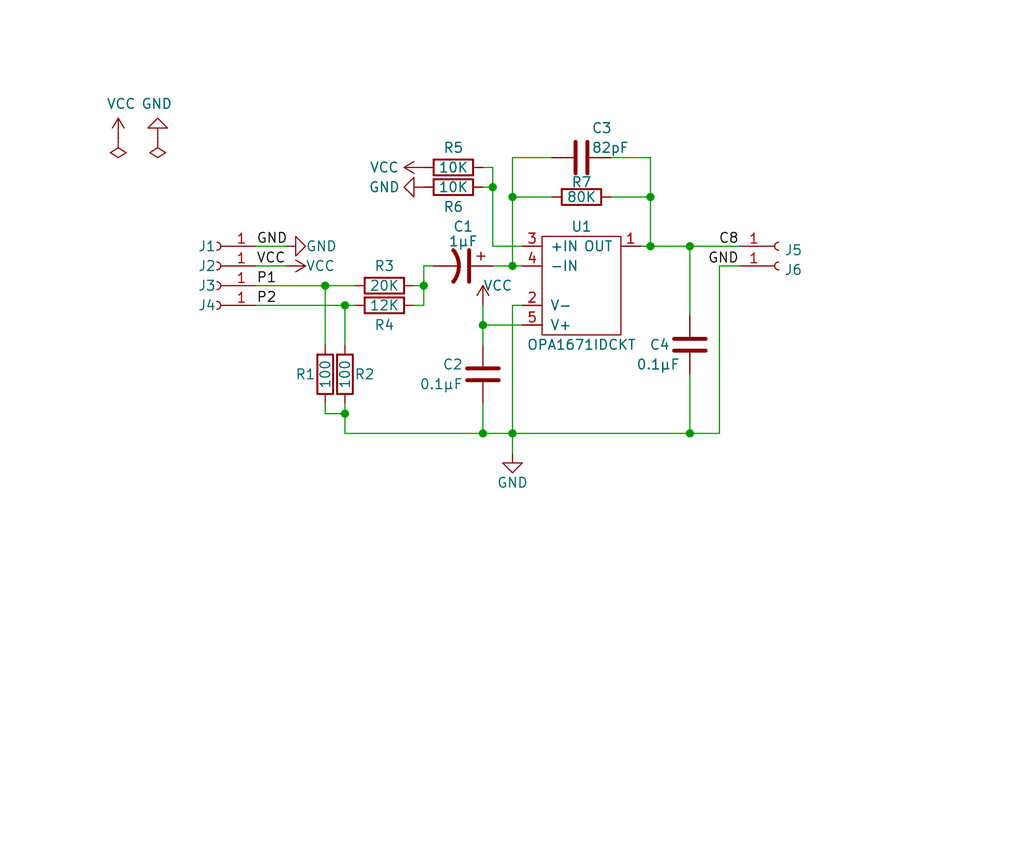
<source format=kicad_sch>
(kicad_sch (version 20211123) (generator eeschema)
  (paper "User" 131.978 110.007)
  (title_block (title "squeeki-kleen! Audio FC") (date "2022-12-13") (rev "1.3.0") (company "Persune") (comment 1 "Connection names are based on the HVC-CPU-07 revision of the FC."))
  (lib_symbols
    (symbol "Connector:Conn_01x01_Female" (pin_names (offset 1.016) hide)
      (property "Reference" "J" (at 0 2.54 0))
      (property "Value" "Conn_01x01_Female" (at 0 -2.54 0))
      (symbol "Conn_01x01_Female_1_1"
        (polyline (pts (xy -1.27 0) (xy -0.508 0)) (stroke (width 0.1524)))
        (arc (start 0 0.508) (mid -0.508 0) (end 0 -0.508) (stroke (width 0.1524)))
        (pin passive line (at -5.08 0 0) (length 3.81) (name "Pin_1") (number "1"))
      )
    )
    (symbol "Device:C" (pin_numbers hide) (pin_names (offset 0.254))
      (property "Reference" "C" (at 0.635 2.54 0))
      (property "Value" "C" (at 0.635 -2.54 0))
      (symbol "C_0_1"
        (polyline (pts (xy -2.032 -0.762) (xy 2.032 -0.762)) (stroke (width 0.508)))
        (polyline (pts (xy -2.032 0.762) (xy 2.032 0.762)) (stroke (width 0.508)))
      )
      (symbol "C_1_1"
        (pin passive line (at 0 3.81 270) (length 2.794) (name "~") (number "1"))
        (pin passive line (at 0 -3.81 90) (length 2.794) (name "~") (number "2"))
      )
    )
    (symbol "Device:CP1" (pin_numbers hide) (pin_names (offset 0.254) hide)
      (property "Reference" "C" (at 0.635 2.54 0))
      (property "Value" "Device_CP1" (at 0.635 -2.54 0))
      (symbol "CP1_0_1"
        (polyline (pts (xy -2.032 0.762) (xy 2.032 0.762)) (stroke (width 0.508)))
        (polyline (pts (xy -1.778 2.286) (xy -0.762 2.286)))
        (polyline (pts (xy -1.27 1.778) (xy -1.27 2.794)))
        (arc (start 2.032 -1.27) (mid 0 -0.5572) (end -2.032 -1.27) (stroke (width 0.508)))
      )
      (symbol "CP1_1_1"
        (pin passive line (at 0 3.81 270) (length 2.794) (name "~") (number "1"))
        (pin passive line (at 0 -3.81 90) (length 3.302) (name "~") (number "2"))
      )
    )
    (symbol "Device:R" (pin_numbers hide) (pin_names (offset 0))
      (property "Reference" "R" (at 2.032 0 90))
      (property "Value" "R" (at 0 0 90))
      (symbol "R_0_1"
        (rectangle (start -1.016 -2.54) (end 1.016 2.54) (stroke (width 0.254)))
      )
      (symbol "R_1_1"
        (pin passive line (at 0 3.81 270) (length 1.27) (name "~") (number "1"))
        (pin passive line (at 0 -3.81 90) (length 1.27) (name "~") (number "2"))
      )
    )
    (symbol "custom_symbols:OPA1671IDCKT" (pin_names (offset 1.016))
      (property "Reference" "U" (at 0 7.62 0))
      (property "Value" "OPA1671IDCKT" (at 0 -7.62 0))
      (symbol "OPA1671IDCKT_0_0"
        (pin output line (at 7.62 5.08 180) (length 2.54) (name "OUT") (number "1"))
        (pin power_in line (at -7.62 -2.54 0) (length 2.54) (name "V-") (number "2"))
        (pin input line (at -7.62 5.08 0) (length 2.54) (name "+IN") (number "3"))
        (pin input line (at -7.62 2.54 0) (length 2.54) (name "-IN") (number "4"))
        (pin power_in line (at -7.62 -5.08 0) (length 2.54) (name "V+") (number "5"))
      )
      (symbol "OPA1671IDCKT_0_1"
        (polyline (pts (xy -5.08 6.35) (xy -5.08 -6.35) (xy 5.08 -6.35) (xy 5.08 6.35) (xy -5.08 6.35)))
      )
    )
    (symbol "power:GND" (power) (pin_names (offset 0))
      (property "Value" "GND" (at 0 -3.81 0))
      (symbol "GND_0_1"
        (polyline (pts (xy 0 0) (xy 0 -1.27) (xy 1.27 -1.27) (xy 0 -2.54) (xy -1.27 -1.27) (xy 0 -1.27)))
      )
      (symbol "GND_1_1"
        (pin power_in line (at 0 0 270) (length 0) hide (name "GND") (number "1"))
      )
    )
    (symbol "power:PWR_FLAG" (power) (pin_numbers hide) (pin_names (offset 0) hide)
      (property "Value" "PWR_FLAG" (at 0 3.81 0))
      (symbol "PWR_FLAG_0_0"
        (pin power_out line (at 0 0 90) (length 0) (name "pwr") (number "1"))
      )
      (symbol "PWR_FLAG_0_1"
        (polyline (pts (xy 0 0) (xy 0 1.27) (xy -1.016 1.905) (xy 0 2.54) (xy 1.016 1.905) (xy 0 1.27)))
      )
    )
    (symbol "power:VCC" (power) (pin_names (offset 0))
      (property "Value" "VCC" (at 0 3.81 0))
      (symbol "VCC_0_1"
        (polyline (pts (xy -0.762 1.27) (xy 0 2.54)))
        (polyline (pts (xy 0 0) (xy 0 2.54)))
        (polyline (pts (xy 0 2.54) (xy 0.762 1.27)))
      )
      (symbol "VCC_1_1"
        (pin power_in line (at 0 0 90) (length 0) hide (name "VCC") (number "1"))
      )
    )
  )
  (junction (at 88.9 55.88))
  (junction (at 41.91 36.83))
  (junction (at 54.61 36.83))
  (junction (at 44.45 53.34))
  (junction (at 83.82 25.4))
  (junction (at 44.45 39.37))
  (junction (at 63.5 24.13))
  (junction (at 66.04 25.4))
  (junction (at 62.23 55.88))
  (junction (at 66.04 55.88))
  (junction (at 83.82 31.75))
  (junction (at 62.23 41.91))
  (junction (at 66.04 34.29))
  (junction (at 88.9 31.75))
  (wire (pts (xy 54.61 36.83) (xy 53.34 36.83)))
  (wire (pts (xy 92.71 34.29) (xy 92.71 55.88)))
  (wire (pts (xy 62.23 24.13) (xy 63.5 24.13)))
  (wire (pts (xy 92.71 34.29) (xy 95.25 34.29)))
  (wire (pts (xy 41.91 52.07) (xy 41.91 53.34)))
  (wire (pts (xy 88.9 31.75) (xy 95.25 31.75)))
  (wire (pts (xy 78.74 20.32) (xy 83.82 20.32)))
  (wire (pts (xy 67.31 31.75) (xy 63.5 31.75)))
  (wire (pts (xy 44.45 55.88) (xy 62.23 55.88)))
  (wire (pts (xy 41.91 53.34) (xy 44.45 53.34)))
  (wire (pts (xy 44.45 53.34) (xy 44.45 55.88)))
  (wire (pts (xy 53.34 39.37) (xy 54.61 39.37)))
  (wire (pts (xy 63.5 34.29) (xy 66.04 34.29)))
  (wire (pts (xy 88.9 31.75) (xy 88.9 40.64)))
  (wire (pts (xy 66.04 20.32) (xy 66.04 25.4)))
  (wire (pts (xy 67.31 41.91) (xy 62.23 41.91)))
  (wire (pts (xy 62.23 41.91) (xy 62.23 44.45)))
  (wire (pts (xy 62.23 55.88) (xy 66.04 55.88)))
  (wire (pts (xy 83.82 25.4) (xy 83.82 31.75)))
  (wire (pts (xy 44.45 39.37) (xy 44.45 44.45)))
  (wire (pts (xy 66.04 34.29) (xy 67.31 34.29)))
  (wire (pts (xy 83.82 31.75) (xy 88.9 31.75)))
  (wire (pts (xy 44.45 52.07) (xy 44.45 53.34)))
  (wire (pts (xy 83.82 25.4) (xy 83.82 20.32)))
  (wire (pts (xy 33.02 39.37) (xy 44.45 39.37)))
  (wire (pts (xy 67.31 39.37) (xy 66.04 39.37)))
  (wire (pts (xy 63.5 31.75) (xy 63.5 24.13)))
  (wire (pts (xy 45.72 36.83) (xy 41.91 36.83)))
  (wire (pts (xy 66.04 58.42) (xy 66.04 55.88)))
  (wire (pts (xy 54.61 34.29) (xy 55.88 34.29)))
  (wire (pts (xy 66.04 39.37) (xy 66.04 55.88)))
  (wire (pts (xy 63.5 24.13) (xy 63.5 21.59)))
  (wire (pts (xy 33.02 36.83) (xy 41.91 36.83)))
  (wire (pts (xy 45.72 39.37) (xy 44.45 39.37)))
  (wire (pts (xy 62.23 21.59) (xy 63.5 21.59)))
  (wire (pts (xy 66.04 25.4) (xy 71.12 25.4)))
  (wire (pts (xy 66.04 55.88) (xy 88.9 55.88)))
  (wire (pts (xy 62.23 52.07) (xy 62.23 55.88)))
  (wire (pts (xy 54.61 39.37) (xy 54.61 36.83)))
  (wire (pts (xy 66.04 20.32) (xy 71.12 20.32)))
  (wire (pts (xy 66.04 25.4) (xy 66.04 34.29)))
  (wire (pts (xy 54.61 34.29) (xy 54.61 36.83)))
  (wire (pts (xy 36.83 31.75) (xy 33.02 31.75)))
  (wire (pts (xy 62.23 39.37) (xy 62.23 41.91)))
  (wire (pts (xy 41.91 44.45) (xy 41.91 36.83)))
  (wire (pts (xy 88.9 48.26) (xy 88.9 55.88)))
  (wire (pts (xy 33.02 34.29) (xy 36.83 34.29)))
  (wire (pts (xy 78.74 25.4) (xy 83.82 25.4)))
  (wire (pts (xy 88.9 55.88) (xy 92.71 55.88)))
  (wire (pts (xy 82.55 31.75) (xy 83.82 31.75)))
  (label "C8" (at 95.25 31.75 180))
  (label "P1" (at 33.02 36.83 0))
  (label "GND" (at 95.25 34.29 180))
  (label "P2" (at 33.02 39.37 0))
  (label "GND" (at 33.02 31.75 0))
  (label "VCC" (at 33.02 34.29 0))
  (symbol (lib_id "power:GND") (at 20.32 17.78 180) (unit 1)
    (property "Reference" "#PWR02" (effects hide))
    (property "Value" "GND" (at 20.193 13.3858 0))
  )
  (symbol (lib_id "power:VCC") (at 15.24 17.78 0) (unit 1)
    (property "Reference" "#PWR01" (effects hide))
    (property "Value" "VCC" (at 15.621 13.3858 0))
  )
  (symbol (lib_id "power:PWR_FLAG") (at 20.32 17.78 180) (unit 1)
    (property "Reference" "#FLG02" (effects hide))
    (property "Value" "PWR_FLAG" (effects hide))
  )
  (symbol (lib_id "power:PWR_FLAG") (at 15.24 17.78 180) (unit 1)
    (property "Reference" "#FLG01" (effects hide))
    (property "Value" "PWR_FLAG" (effects hide))
  )
  (symbol (lib_id "Connector:Conn_01x01_Female") (at 27.94 31.75 180) (unit 1)
    (property "Reference" "J1" (at 26.67 31.75 0))
    (property "Value" "GND" (effects hide))
    (property "Footprint" "custom footprints:Custom_THT" (effects hide))
  )
  (symbol (lib_id "Connector:Conn_01x01_Female") (at 27.94 34.29 180) (unit 1)
    (property "Reference" "J2" (at 26.67 34.29 0))
    (property "Value" "VCC" (effects hide))
    (property "Footprint" "custom footprints:Custom_THT" (effects hide))
  )
  (symbol (lib_id "Connector:Conn_01x01_Female") (at 27.94 36.83 180) (unit 1)
    (property "Reference" "J3" (at 26.67 36.83 0))
    (property "Value" "P1" (effects hide))
    (property "Footprint" "custom footprints:Custom_THT" (effects hide))
  )
  (symbol (lib_id "Connector:Conn_01x01_Female") (at 27.94 39.37 180) (unit 1)
    (property "Reference" "J4" (at 26.67 39.37 0))
    (property "Value" "P2" (effects hide))
    (property "Footprint" "custom footprints:Custom_THT" (effects hide))
  )
  (symbol (lib_id "Connector:Conn_01x01_Female") (at 100.33 31.75 0) (unit 1)
    (property "Reference" "J5" (at 101.0412 32.258 0) (effects (justify left)))
    (property "Value" "C8" (effects hide))
    (property "Footprint" "custom footprints:Custom_Pad" (effects hide))
  )
  (symbol (lib_id "Device:R") (at 74.93 25.4 90) (unit 1)
    (property "Reference" "R7" (at 74.93 23.495 90))
    (property "Value" "80K" (at 74.93 25.4 90))
    (property "Footprint" "Resistor_SMD:R_0805_2012Metric_Pad1.20x1.40mm_HandSolder" (effects hide))
  )
  (symbol (lib_id "power:VCC") (at 36.83 34.29 270) (unit 1)
    (property "Reference" "#PWR03" (effects hide))
    (property "Value" "VCC" (at 39.37 34.29 90) (effects (justify left)))
  )
  (symbol (lib_id "power:GND") (at 36.83 31.75 90) (unit 1)
    (property "Reference" "#PWR04" (effects hide))
    (property "Value" "GND" (at 39.37 31.75 90) (effects (justify right)))
  )
  (symbol (lib_id "Device:CP1") (at 59.69 34.29 270) (unit 1)
    (property "Reference" "C1" (at 59.69 29.21 90))
    (property "Value" "1µF" (at 59.69 31.115 90))
    (property "Footprint" "Capacitor_Tantalum_SMD:CP_EIA-3216-18_Kemet-A_Pad1.58x1.35mm_HandSolder" (effects hide))
  )
  (symbol (lib_id "Device:R") (at 49.53 36.83 270) (unit 1)
    (property "Reference" "R3" (at 49.53 34.29 90))
    (property "Value" "20K" (at 49.53 36.83 90))
    (property "Footprint" "Resistor_SMD:R_0805_2012Metric_Pad1.20x1.40mm_HandSolder" (effects hide))
  )
  (symbol (lib_id "Device:R") (at 49.53 39.37 270) (unit 1)
    (property "Reference" "R4" (at 49.53 41.91 90))
    (property "Value" "12K" (at 49.53 39.37 90))
    (property "Footprint" "Resistor_SMD:R_0805_2012Metric_Pad1.20x1.40mm_HandSolder" (effects hide))
    (property "LCSC" "C316787" (effects hide))
  )
  (symbol (lib_id "Device:R") (at 44.45 48.26 180) (unit 1)
    (property "Reference" "R2" (at 46.99 48.26 0))
    (property "Value" "100" (at 44.45 48.26 90))
    (property "Footprint" "Resistor_SMD:R_0805_2012Metric_Pad1.20x1.40mm_HandSolder" (effects hide))
  )
  (symbol (lib_id "Device:R") (at 41.91 48.26 180) (unit 1)
    (property "Reference" "R1" (at 39.37 48.26 0))
    (property "Value" "100" (at 41.91 48.26 90))
    (property "Footprint" "Resistor_SMD:R_0805_2012Metric_Pad1.20x1.40mm_HandSolder" (effects hide))
  )
  (symbol (lib_id "Device:C") (at 88.9 44.45 0) (unit 1)
    (property "Reference" "C4" (at 86.36 44.45 0) (effects (justify right)))
    (property "Value" "0.1µF" (at 87.63 46.99 0) (effects (justify right)))
    (property "Footprint" "Capacitor_SMD:C_0805_2012Metric_Pad1.18x1.45mm_HandSolder" (effects hide))
  )
  (symbol (lib_id "Device:C") (at 74.93 20.32 90) (unit 1)
    (property "Reference" "C3" (at 76.2 16.51 90) (effects (justify right)))
    (property "Value" "82pF" (at 76.2 19.05 90) (effects (justify right)))
    (property "Footprint" "Capacitor_SMD:C_0805_2012Metric_Pad1.18x1.45mm_HandSolder" (effects hide))
  )
  (symbol (lib_id "Connector:Conn_01x01_Female") (at 100.33 34.29 0) (unit 1)
    (property "Reference" "J6" (at 101.0412 34.798 0) (effects (justify left)))
    (property "Value" "GND out" (effects hide))
    (property "Footprint" "custom footprints:Custom_Pad" (effects hide))
  )
  (symbol (lib_id "power:VCC") (at 62.23 39.37 0) (unit 1)
    (property "Reference" "#PWR06" (effects hide))
    (property "Value" "VCC" (at 62.23 36.83 0) (effects (justify left)))
  )
  (symbol (lib_id "power:GND") (at 66.04 58.42 0) (unit 1)
    (property "Reference" "#PWR07" (effects hide))
    (property "Value" "GND" (at 66.04 62.23 0))
  )
  (symbol (lib_id "Device:R") (at 58.42 21.59 90) (unit 1)
    (property "Reference" "R5" (at 58.42 19.05 90))
    (property "Value" "10K" (at 58.42 21.59 90))
    (property "Footprint" "Resistor_SMD:R_0805_2012Metric_Pad1.20x1.40mm_HandSolder" (effects hide))
  )
  (symbol (lib_id "Device:R") (at 58.42 24.13 270) (unit 1)
    (property "Reference" "R6" (at 58.42 26.67 90))
    (property "Value" "10K" (at 58.42 24.13 90))
    (property "Footprint" "Resistor_SMD:R_0805_2012Metric_Pad1.20x1.40mm_HandSolder" (effects hide))
  )
  (symbol (lib_id "power:GND") (at 54.61 24.13 270) (unit 1)
    (property "Reference" "#PWR010" (effects hide))
    (property "Value" "GND" (at 49.53 24.13 90))
  )
  (symbol (lib_id "power:VCC") (at 54.61 21.59 90) (unit 1)
    (property "Reference" "#PWR09" (effects hide))
    (property "Value" "VCC" (at 49.53 21.59 90))
  )
  (symbol (lib_id "Device:C") (at 62.23 48.26 0) (unit 1)
    (property "Reference" "C2" (at 59.69 46.99 0) (effects (justify right)))
    (property "Value" "0.1µF" (at 59.69 49.53 0) (effects (justify right)))
    (property "Footprint" "Capacitor_SMD:C_0805_2012Metric_Pad1.18x1.45mm_HandSolder" (effects hide))
  )
  (symbol (lib_id "custom_symbols:OPA1671IDCKT") (at 74.93 36.83 0) (unit 1)
    (property "Reference" "U1" (at 74.93 29.21 0))
    (property "Value" "OPA1671IDCKT" (at 74.93 44.45 0))
    (property "Footprint" "Package_TO_SOT_SMD:SOT-353_SC-70-5" (effects hide))
  )
)
</source>
